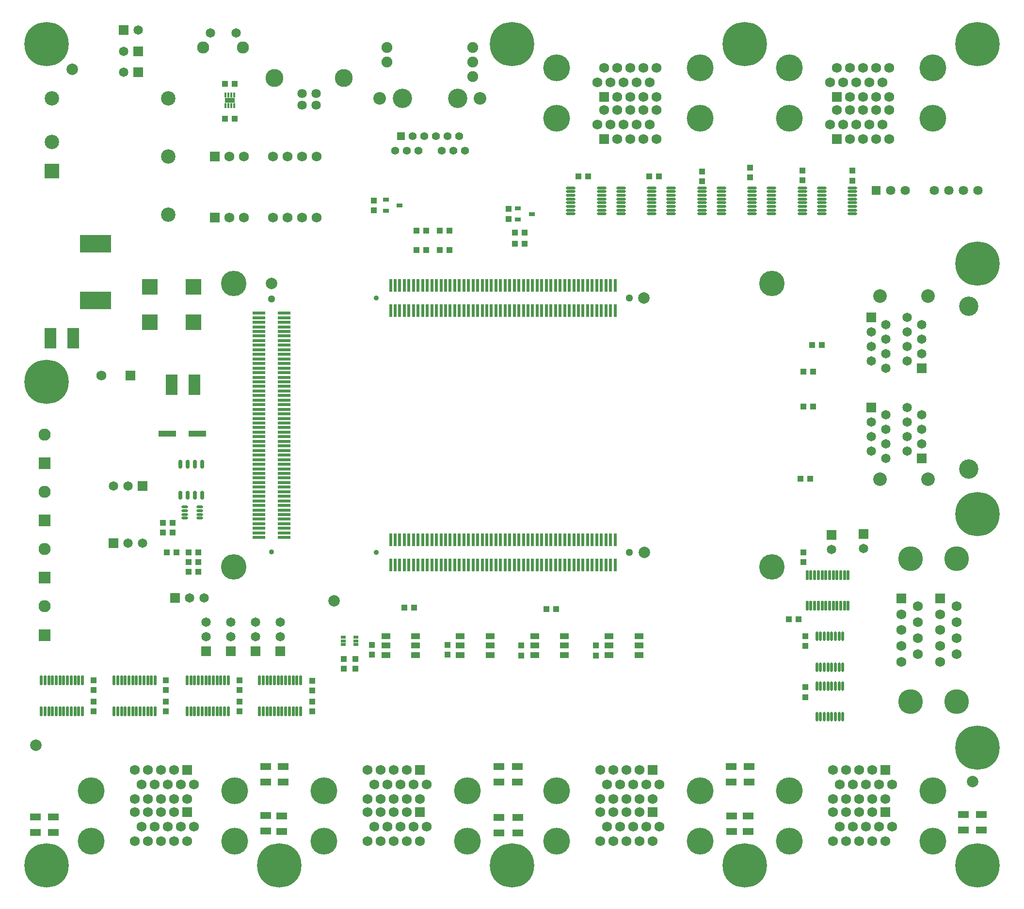
<source format=gts>
G04*
G04 #@! TF.GenerationSoftware,Altium Limited,Altium Designer,23.9.2 (47)*
G04*
G04 Layer_Color=8388736*
%FSLAX25Y25*%
%MOIN*%
G70*
G04*
G04 #@! TF.SameCoordinates,B33C0050-A697-4CE6-AC26-6465C715290A*
G04*
G04*
G04 #@! TF.FilePolarity,Negative*
G04*
G01*
G75*
%ADD46R,0.02400X0.08500*%
%ADD47R,0.08500X0.02400*%
%ADD48O,0.06614X0.01890*%
%ADD49O,0.06614X0.01890*%
%ADD50O,0.01890X0.06614*%
%ADD51O,0.01890X0.06614*%
%ADD52R,0.04240X0.04240*%
%ADD53R,0.04240X0.04240*%
%ADD54R,0.01681X0.03650*%
%ADD55R,0.06799X0.03217*%
%ADD56R,0.06406X0.04437*%
%ADD57O,0.02075X0.06799*%
%ADD58O,0.04634X0.02075*%
%ADD59R,0.03543X0.01968*%
%ADD60R,0.07193X0.05028*%
%ADD61O,0.02862X0.06209*%
%ADD62R,0.04437X0.02862*%
%ADD63R,0.21760X0.11917*%
%ADD64R,0.11130X0.11130*%
%ADD65C,0.07874*%
%ADD66R,0.12311X0.04437*%
%ADD67R,0.08000X0.14000*%
%ADD68C,0.17500*%
%ADD69C,0.03500*%
%ADD70C,0.05098*%
%ADD71C,0.30500*%
%ADD72R,0.06500X0.06500*%
%ADD73C,0.06500*%
%ADD74C,0.13295*%
%ADD75C,0.09358*%
%ADD76R,0.06500X0.06500*%
%ADD77C,0.12311*%
%ADD78C,0.06406*%
%ADD79C,0.06900*%
%ADD80R,0.06900X0.06900*%
%ADD81C,0.18500*%
%ADD82R,0.06406X0.06406*%
%ADD83C,0.07500*%
%ADD84R,0.05500X0.05500*%
%ADD85C,0.05500*%
%ADD86C,0.08700*%
%ADD87R,0.09949X0.09949*%
%ADD88C,0.09949*%
%ADD89C,0.06799*%
%ADD90R,0.06799X0.06799*%
%ADD91C,0.08374*%
%ADD92R,0.06799X0.06799*%
%ADD93C,0.17035*%
%ADD94R,0.08374X0.08374*%
D46*
X502039Y341323D02*
D03*
X505189D02*
D03*
X502039Y324000D02*
D03*
X505189D02*
D03*
X492591Y341323D02*
D03*
X495740D02*
D03*
X492590Y324000D02*
D03*
X495740D02*
D03*
X486292Y341323D02*
D03*
X489441D02*
D03*
X486291Y324000D02*
D03*
X489441D02*
D03*
X476843Y341323D02*
D03*
X479992D02*
D03*
X476842Y324000D02*
D03*
X479992D02*
D03*
X470543Y341323D02*
D03*
X470543Y324000D02*
D03*
X461095Y341323D02*
D03*
X464244D02*
D03*
X461094Y324000D02*
D03*
X464244D02*
D03*
X454795Y341323D02*
D03*
X454795Y324000D02*
D03*
X445347Y341323D02*
D03*
X448496D02*
D03*
X445346Y324000D02*
D03*
X448496D02*
D03*
X439047Y341323D02*
D03*
X439047Y324000D02*
D03*
X429599Y341323D02*
D03*
X432748D02*
D03*
X429598Y324000D02*
D03*
X432748D02*
D03*
X423299Y341323D02*
D03*
X423299Y324000D02*
D03*
X413850Y341323D02*
D03*
X417000D02*
D03*
X413850Y324000D02*
D03*
X417000D02*
D03*
X407551Y341323D02*
D03*
X407551Y324000D02*
D03*
X398102Y341323D02*
D03*
X401252D02*
D03*
X398102Y324000D02*
D03*
X401252D02*
D03*
X388654Y341323D02*
D03*
X391803D02*
D03*
X388654Y324000D02*
D03*
X391803D02*
D03*
X382354Y341323D02*
D03*
X385504D02*
D03*
X382354Y324000D02*
D03*
X385504D02*
D03*
X372906Y341323D02*
D03*
X376055D02*
D03*
X372906Y324000D02*
D03*
X376055D02*
D03*
X366606Y341323D02*
D03*
X366606Y324000D02*
D03*
X357158Y341323D02*
D03*
X360307D02*
D03*
X357158Y324000D02*
D03*
X360307D02*
D03*
X508339Y341323D02*
D03*
X508338Y324000D02*
D03*
X473693Y341323D02*
D03*
X483142D02*
D03*
X498890D02*
D03*
X473693Y324000D02*
D03*
X483142D02*
D03*
X498890D02*
D03*
X442197Y341323D02*
D03*
X451646D02*
D03*
X457945D02*
D03*
X467394D02*
D03*
X442197Y324000D02*
D03*
X451646D02*
D03*
X457945D02*
D03*
X467394D02*
D03*
X410701Y341323D02*
D03*
X420150D02*
D03*
X426449D02*
D03*
X435898D02*
D03*
X410701Y324000D02*
D03*
X420150D02*
D03*
X426449D02*
D03*
X435898D02*
D03*
X379205Y341323D02*
D03*
X394953D02*
D03*
X404402D02*
D03*
X379205Y324000D02*
D03*
X394953D02*
D03*
X404402D02*
D03*
X354008Y341323D02*
D03*
X363457D02*
D03*
X369756D02*
D03*
X354008Y324000D02*
D03*
X363457D02*
D03*
X369756D02*
D03*
Y499000D02*
D03*
X363457D02*
D03*
X354008D02*
D03*
X369756Y516323D02*
D03*
X363457D02*
D03*
X354008D02*
D03*
X404402Y499000D02*
D03*
X394953D02*
D03*
X379205D02*
D03*
X404402Y516323D02*
D03*
X394953D02*
D03*
X379205D02*
D03*
X435898Y499000D02*
D03*
X426449D02*
D03*
X420150D02*
D03*
X410701D02*
D03*
X435898Y516323D02*
D03*
X426449D02*
D03*
X420150D02*
D03*
X410701D02*
D03*
X467394Y499000D02*
D03*
X457945D02*
D03*
X451646D02*
D03*
X442197D02*
D03*
X467394Y516323D02*
D03*
X457945D02*
D03*
X451646D02*
D03*
X442197D02*
D03*
X498890Y499000D02*
D03*
X483142D02*
D03*
X473693D02*
D03*
X498890Y516323D02*
D03*
X483142D02*
D03*
X473693D02*
D03*
X508338Y499000D02*
D03*
X508339Y516323D02*
D03*
X360307Y499000D02*
D03*
X357158D02*
D03*
X360307Y516323D02*
D03*
X357158D02*
D03*
X366606Y499000D02*
D03*
X366606Y516323D02*
D03*
X376055Y499000D02*
D03*
X372906D02*
D03*
X376055Y516323D02*
D03*
X372906D02*
D03*
X385504Y499000D02*
D03*
X382354D02*
D03*
X385504Y516323D02*
D03*
X382354D02*
D03*
X391803Y499000D02*
D03*
X388654D02*
D03*
X391803Y516323D02*
D03*
X388654D02*
D03*
X401252Y499000D02*
D03*
X398102D02*
D03*
X401252Y516323D02*
D03*
X398102D02*
D03*
X407551Y499000D02*
D03*
X407551Y516323D02*
D03*
X417000Y499000D02*
D03*
X413850D02*
D03*
X417000Y516323D02*
D03*
X413850D02*
D03*
X423299Y499000D02*
D03*
X423299Y516323D02*
D03*
X432748Y499000D02*
D03*
X429598D02*
D03*
X432748Y516323D02*
D03*
X429599D02*
D03*
X439047Y499000D02*
D03*
X439047Y516323D02*
D03*
X448496Y499000D02*
D03*
X445346D02*
D03*
X448496Y516323D02*
D03*
X445347D02*
D03*
X454795Y499000D02*
D03*
X454795Y516323D02*
D03*
X464244Y499000D02*
D03*
X461094D02*
D03*
X464244Y516323D02*
D03*
X461095D02*
D03*
X470543Y499000D02*
D03*
X470543Y516323D02*
D03*
X479992Y499000D02*
D03*
X476842D02*
D03*
X479992Y516323D02*
D03*
X476843D02*
D03*
X489441Y499000D02*
D03*
X486291D02*
D03*
X489441Y516323D02*
D03*
X486292D02*
D03*
X495740Y499000D02*
D03*
X492590D02*
D03*
X495740Y516323D02*
D03*
X492591D02*
D03*
X505189Y499000D02*
D03*
X502039D02*
D03*
X505189Y516323D02*
D03*
X502039D02*
D03*
D47*
X263512Y490978D02*
D03*
Y494127D02*
D03*
X280835Y490977D02*
D03*
Y494127D02*
D03*
X263512Y481529D02*
D03*
Y484678D02*
D03*
X280835Y481529D02*
D03*
Y484678D02*
D03*
X263512Y475230D02*
D03*
Y478379D02*
D03*
X280835Y475229D02*
D03*
Y478379D02*
D03*
X263512Y465781D02*
D03*
Y468930D02*
D03*
X280835Y465780D02*
D03*
Y468930D02*
D03*
X263512Y459481D02*
D03*
X280835Y459481D02*
D03*
X263512Y450033D02*
D03*
Y453182D02*
D03*
X280835Y450033D02*
D03*
Y453182D02*
D03*
X263512Y443734D02*
D03*
X280835Y443733D02*
D03*
X263512Y434285D02*
D03*
Y437434D02*
D03*
X280835Y434284D02*
D03*
Y437434D02*
D03*
X263512Y427985D02*
D03*
X280835Y427985D02*
D03*
X263512Y418537D02*
D03*
Y421686D02*
D03*
X280835Y418537D02*
D03*
Y421686D02*
D03*
X263512Y412237D02*
D03*
X280835Y412237D02*
D03*
X263512Y402789D02*
D03*
Y405938D02*
D03*
X280835Y402788D02*
D03*
Y405938D02*
D03*
X263512Y396489D02*
D03*
X280835Y396489D02*
D03*
X263512Y387041D02*
D03*
Y390190D02*
D03*
X280835Y387040D02*
D03*
Y390190D02*
D03*
X263512Y377592D02*
D03*
Y380741D02*
D03*
X280835Y377592D02*
D03*
Y380741D02*
D03*
X263512Y371292D02*
D03*
Y374442D02*
D03*
X280835Y371292D02*
D03*
Y374442D02*
D03*
X263512Y361844D02*
D03*
Y364993D02*
D03*
X280835Y361844D02*
D03*
Y364993D02*
D03*
X263512Y355544D02*
D03*
X280835Y355544D02*
D03*
X263512Y346096D02*
D03*
Y349245D02*
D03*
X280835Y346096D02*
D03*
Y349245D02*
D03*
X263512Y497277D02*
D03*
X280835Y497276D02*
D03*
X263512Y462631D02*
D03*
Y472080D02*
D03*
Y487828D02*
D03*
X280835Y462631D02*
D03*
Y472080D02*
D03*
Y487828D02*
D03*
X263512Y431135D02*
D03*
Y440584D02*
D03*
Y446883D02*
D03*
Y456332D02*
D03*
X280835Y431135D02*
D03*
Y440584D02*
D03*
Y446883D02*
D03*
Y456332D02*
D03*
X263512Y399639D02*
D03*
Y409088D02*
D03*
Y415387D02*
D03*
Y424836D02*
D03*
X280835Y399639D02*
D03*
Y409088D02*
D03*
Y415387D02*
D03*
Y424836D02*
D03*
X263512Y368143D02*
D03*
Y383891D02*
D03*
Y393340D02*
D03*
X280835Y368143D02*
D03*
Y383891D02*
D03*
Y393340D02*
D03*
X263512Y342946D02*
D03*
Y352395D02*
D03*
Y358694D02*
D03*
X280835Y342946D02*
D03*
Y352395D02*
D03*
Y358694D02*
D03*
D48*
X671630Y565543D02*
D03*
Y568102D02*
D03*
Y570661D02*
D03*
Y573220D02*
D03*
Y575779D02*
D03*
Y578339D02*
D03*
Y580898D02*
D03*
Y583457D02*
D03*
X650370Y565543D02*
D03*
Y568102D02*
D03*
Y570661D02*
D03*
Y573220D02*
D03*
Y575779D02*
D03*
Y578339D02*
D03*
Y580898D02*
D03*
X637130Y565543D02*
D03*
Y568102D02*
D03*
Y570661D02*
D03*
Y573220D02*
D03*
Y575779D02*
D03*
Y578339D02*
D03*
Y580898D02*
D03*
Y583457D02*
D03*
X615870Y565543D02*
D03*
Y568102D02*
D03*
Y570661D02*
D03*
Y573220D02*
D03*
Y575779D02*
D03*
Y578339D02*
D03*
Y580898D02*
D03*
X602630Y565543D02*
D03*
Y568102D02*
D03*
Y570661D02*
D03*
Y573220D02*
D03*
Y575779D02*
D03*
Y578339D02*
D03*
Y580898D02*
D03*
Y583457D02*
D03*
X581370Y565543D02*
D03*
Y568102D02*
D03*
Y570661D02*
D03*
Y573220D02*
D03*
Y575779D02*
D03*
Y578339D02*
D03*
Y580898D02*
D03*
X568130Y565543D02*
D03*
Y568102D02*
D03*
Y570661D02*
D03*
Y573220D02*
D03*
Y575779D02*
D03*
Y578339D02*
D03*
Y580898D02*
D03*
Y583457D02*
D03*
X546870Y565543D02*
D03*
Y568102D02*
D03*
Y570661D02*
D03*
Y573220D02*
D03*
Y575779D02*
D03*
Y578339D02*
D03*
Y580898D02*
D03*
X533630Y565543D02*
D03*
Y568102D02*
D03*
Y570661D02*
D03*
Y573220D02*
D03*
Y575779D02*
D03*
Y578339D02*
D03*
Y580898D02*
D03*
Y583457D02*
D03*
X512370Y565543D02*
D03*
Y568102D02*
D03*
Y570661D02*
D03*
Y573220D02*
D03*
Y575779D02*
D03*
Y578339D02*
D03*
Y580898D02*
D03*
X499130Y565543D02*
D03*
Y568102D02*
D03*
Y570661D02*
D03*
Y573220D02*
D03*
Y575779D02*
D03*
Y578339D02*
D03*
Y580898D02*
D03*
Y583457D02*
D03*
X477870Y565543D02*
D03*
Y568102D02*
D03*
Y570661D02*
D03*
Y573220D02*
D03*
Y575779D02*
D03*
Y578339D02*
D03*
Y580898D02*
D03*
D49*
X650370Y583457D02*
D03*
X615870D02*
D03*
X581370D02*
D03*
X546870D02*
D03*
X512370D02*
D03*
X477870D02*
D03*
D50*
X664954Y240789D02*
D03*
X662395D02*
D03*
X659836D02*
D03*
X657277D02*
D03*
X654718D02*
D03*
X652159D02*
D03*
X649600D02*
D03*
X647041D02*
D03*
X664954Y219529D02*
D03*
X662395D02*
D03*
X659836D02*
D03*
X657277D02*
D03*
X654718D02*
D03*
X652159D02*
D03*
X649600D02*
D03*
X664954Y275068D02*
D03*
X662395D02*
D03*
X659836D02*
D03*
X657277D02*
D03*
X654718D02*
D03*
X652159D02*
D03*
X649600D02*
D03*
X647041D02*
D03*
X664954Y253809D02*
D03*
X662395D02*
D03*
X659836D02*
D03*
X657277D02*
D03*
X654718D02*
D03*
X652159D02*
D03*
X649600D02*
D03*
D51*
X647041Y219529D02*
D03*
Y253809D02*
D03*
D52*
X637653Y433000D02*
D03*
X644347D02*
D03*
X637653Y457000D02*
D03*
X644347D02*
D03*
X643653Y475500D02*
D03*
X650347D02*
D03*
X635653Y383500D02*
D03*
X642346D02*
D03*
X538441Y591430D02*
D03*
X531748D02*
D03*
X489681Y591500D02*
D03*
X482988D02*
D03*
X215154Y319500D02*
D03*
X221847D02*
D03*
X246905Y655047D02*
D03*
X240212D02*
D03*
X246905Y631047D02*
D03*
X240212D02*
D03*
X221847Y326000D02*
D03*
X215154D02*
D03*
X221847Y332724D02*
D03*
X215154D02*
D03*
X206846D02*
D03*
X200153D02*
D03*
X387709Y553943D02*
D03*
X394402D02*
D03*
X387709Y540750D02*
D03*
X394402D02*
D03*
X439518Y552760D02*
D03*
X446211D02*
D03*
X371709Y553943D02*
D03*
X378402D02*
D03*
X371709Y540750D02*
D03*
X378402D02*
D03*
X446109Y544992D02*
D03*
X439416D02*
D03*
X461048Y293654D02*
D03*
X467741D02*
D03*
X363523Y294753D02*
D03*
X370216D02*
D03*
X627827Y286680D02*
D03*
X634520D02*
D03*
D53*
X671630Y588522D02*
D03*
Y595215D02*
D03*
X637146Y588654D02*
D03*
Y595346D02*
D03*
X601193Y590604D02*
D03*
Y597297D02*
D03*
X568130Y588154D02*
D03*
Y594846D02*
D03*
X197346Y353071D02*
D03*
Y346378D02*
D03*
X204000Y353071D02*
D03*
Y346378D02*
D03*
X342500Y568153D02*
D03*
Y574847D02*
D03*
X435102Y562169D02*
D03*
Y568862D02*
D03*
X321790Y252701D02*
D03*
Y259394D02*
D03*
X495065Y268551D02*
D03*
Y261858D02*
D03*
X443789Y268551D02*
D03*
Y261858D02*
D03*
X393089Y269035D02*
D03*
Y262342D02*
D03*
X341191Y269035D02*
D03*
Y262342D02*
D03*
X300029Y237653D02*
D03*
Y244346D02*
D03*
X250029Y237937D02*
D03*
Y244630D02*
D03*
X199530Y237937D02*
D03*
Y244630D02*
D03*
X149877Y237937D02*
D03*
Y244630D02*
D03*
X300029Y230063D02*
D03*
Y223370D02*
D03*
X250029Y230063D02*
D03*
Y223370D02*
D03*
X199530Y230063D02*
D03*
Y223370D02*
D03*
X149877Y230063D02*
D03*
Y223370D02*
D03*
X637965Y332846D02*
D03*
Y326153D02*
D03*
X638998Y239872D02*
D03*
Y233179D02*
D03*
Y275068D02*
D03*
Y268376D02*
D03*
X329789Y252701D02*
D03*
Y259394D02*
D03*
D54*
X246511Y647362D02*
D03*
X244542D02*
D03*
X242574D02*
D03*
X240605D02*
D03*
X246511Y639921D02*
D03*
X244542D02*
D03*
X242574D02*
D03*
X240605D02*
D03*
D55*
X243558Y643642D02*
D03*
D56*
X524758Y268551D02*
D03*
X504285D02*
D03*
X524758Y275047D02*
D03*
X504285Y262055D02*
D03*
X524758D02*
D03*
X504285Y275047D02*
D03*
X473577Y268551D02*
D03*
X453104D02*
D03*
X473577Y275047D02*
D03*
X453104Y262055D02*
D03*
X473577D02*
D03*
X453104Y275047D02*
D03*
X422396Y268551D02*
D03*
X401923D02*
D03*
X422396Y275047D02*
D03*
X401923Y262055D02*
D03*
X422396D02*
D03*
X401923Y275047D02*
D03*
X371215Y268551D02*
D03*
X350742D02*
D03*
X371215Y275047D02*
D03*
X350742Y262055D02*
D03*
X371215D02*
D03*
X350742Y275047D02*
D03*
D57*
X263955Y223370D02*
D03*
X266514D02*
D03*
X269073D02*
D03*
X271632D02*
D03*
X274191D02*
D03*
X276750D02*
D03*
X279309D02*
D03*
X281868D02*
D03*
X284427D02*
D03*
X286986D02*
D03*
X289545D02*
D03*
X292104D02*
D03*
X263955Y244630D02*
D03*
X266514D02*
D03*
X269073D02*
D03*
X271632D02*
D03*
X274191D02*
D03*
X276750D02*
D03*
X279309D02*
D03*
X281868D02*
D03*
X284427D02*
D03*
X286986D02*
D03*
X289545D02*
D03*
X292104D02*
D03*
X214193Y223370D02*
D03*
X216752D02*
D03*
X219311D02*
D03*
X221870D02*
D03*
X224429D02*
D03*
X226989D02*
D03*
X229548D02*
D03*
X232107D02*
D03*
X234666D02*
D03*
X237225D02*
D03*
X239784D02*
D03*
X242343D02*
D03*
X214193Y244630D02*
D03*
X216752D02*
D03*
X219311D02*
D03*
X221870D02*
D03*
X224429D02*
D03*
X226989D02*
D03*
X229548D02*
D03*
X232107D02*
D03*
X234666D02*
D03*
X237225D02*
D03*
X239784D02*
D03*
X242343D02*
D03*
X163955Y223370D02*
D03*
X166514D02*
D03*
X169073D02*
D03*
X171632D02*
D03*
X174191D02*
D03*
X176750D02*
D03*
X179309D02*
D03*
X181868D02*
D03*
X184427D02*
D03*
X186986D02*
D03*
X189545D02*
D03*
X192104D02*
D03*
X163955Y244630D02*
D03*
X166514D02*
D03*
X169073D02*
D03*
X171632D02*
D03*
X174191D02*
D03*
X176750D02*
D03*
X179309D02*
D03*
X181868D02*
D03*
X184427D02*
D03*
X186986D02*
D03*
X189545D02*
D03*
X192104D02*
D03*
X113955Y223370D02*
D03*
X116514D02*
D03*
X119073D02*
D03*
X121632D02*
D03*
X124191D02*
D03*
X126750D02*
D03*
X129309D02*
D03*
X131868D02*
D03*
X134427D02*
D03*
X136986D02*
D03*
X139545D02*
D03*
X142104D02*
D03*
X113955Y244630D02*
D03*
X116514D02*
D03*
X119073D02*
D03*
X121632D02*
D03*
X124191D02*
D03*
X126750D02*
D03*
X129309D02*
D03*
X131868D02*
D03*
X134427D02*
D03*
X136986D02*
D03*
X139545D02*
D03*
X142104D02*
D03*
X668575Y317130D02*
D03*
X666016D02*
D03*
X663457D02*
D03*
X660898D02*
D03*
X658339D02*
D03*
X655780D02*
D03*
X653221D02*
D03*
X650661D02*
D03*
X648102D02*
D03*
X645543D02*
D03*
X642984D02*
D03*
X640425D02*
D03*
X668575Y295870D02*
D03*
X666016D02*
D03*
X663457D02*
D03*
X660898D02*
D03*
X658339D02*
D03*
X655780D02*
D03*
X653221D02*
D03*
X650661D02*
D03*
X648102D02*
D03*
X645543D02*
D03*
X642984D02*
D03*
X640425D02*
D03*
D58*
X212539Y363878D02*
D03*
Y361319D02*
D03*
Y358760D02*
D03*
Y356201D02*
D03*
X222972Y363878D02*
D03*
Y361319D02*
D03*
Y358760D02*
D03*
Y356201D02*
D03*
D59*
X330104Y269232D02*
D03*
Y271791D02*
D03*
Y274350D02*
D03*
X321640D02*
D03*
Y271791D02*
D03*
Y269232D02*
D03*
D60*
X588514Y140587D02*
D03*
Y151413D02*
D03*
X599853Y140587D02*
D03*
Y151413D02*
D03*
X747800Y141587D02*
D03*
Y152413D02*
D03*
X760000Y141587D02*
D03*
Y152413D02*
D03*
X428406Y139587D02*
D03*
Y150413D02*
D03*
X441405Y139587D02*
D03*
Y150413D02*
D03*
X588000Y174587D02*
D03*
Y185413D02*
D03*
X600467Y174587D02*
D03*
Y185413D02*
D03*
X268000Y141000D02*
D03*
Y151827D02*
D03*
X279300Y140587D02*
D03*
Y151413D02*
D03*
X428594Y174587D02*
D03*
Y185413D02*
D03*
X441000Y174587D02*
D03*
Y185413D02*
D03*
X109693Y139922D02*
D03*
Y150749D02*
D03*
X122029Y139922D02*
D03*
Y150749D02*
D03*
X268000Y174587D02*
D03*
Y185413D02*
D03*
X280000Y174587D02*
D03*
Y185413D02*
D03*
D61*
X224500Y393453D02*
D03*
X219500D02*
D03*
X214500D02*
D03*
X209500D02*
D03*
X224500Y371996D02*
D03*
X219500D02*
D03*
X214500D02*
D03*
X209500D02*
D03*
D62*
X350776Y575240D02*
D03*
Y567760D02*
D03*
X360225Y571500D02*
D03*
X441566Y569256D02*
D03*
Y561776D02*
D03*
X451015Y565516D02*
D03*
D63*
X151000Y506012D02*
D03*
Y544988D02*
D03*
D64*
X218421Y491000D02*
D03*
X188500D02*
D03*
X218421Y515410D02*
D03*
X188500Y515500D02*
D03*
D65*
X272173Y517611D02*
D03*
X528500Y332661D02*
D03*
X315000Y299217D02*
D03*
X528000Y507661D02*
D03*
X135000Y665000D02*
D03*
X110000Y200000D02*
D03*
X754000Y175000D02*
D03*
D66*
X200331Y414500D02*
D03*
X221000D02*
D03*
D67*
X120252Y480000D02*
D03*
X135748D02*
D03*
X203643Y448133D02*
D03*
X219139D02*
D03*
D68*
X616173Y322611D02*
D03*
X246173Y517611D02*
D03*
Y322611D02*
D03*
X616173Y517611D02*
D03*
D69*
X344173Y332661D02*
D03*
Y507661D02*
D03*
X272173Y333111D02*
D03*
X757500Y209750D02*
D03*
X768750Y198500D02*
D03*
X757500Y187250D02*
D03*
X746250Y198500D02*
D03*
X747657Y204405D02*
D03*
X751594Y208343D02*
D03*
Y188657D02*
D03*
X767343Y192595D02*
D03*
X763406Y208343D02*
D03*
X747657Y192595D02*
D03*
X763406Y188657D02*
D03*
X767343Y204405D02*
D03*
X757500Y542750D02*
D03*
X768750Y531500D02*
D03*
X757500Y520250D02*
D03*
X746250Y531500D02*
D03*
X747657Y537405D02*
D03*
X751594Y541342D02*
D03*
Y521658D02*
D03*
X767343Y525595D02*
D03*
X763406Y541342D02*
D03*
X747657Y525595D02*
D03*
X763406Y521658D02*
D03*
X767343Y537405D02*
D03*
X757500Y370250D02*
D03*
X768750Y359000D02*
D03*
X757500Y347750D02*
D03*
X746250Y359000D02*
D03*
X747657Y364906D02*
D03*
X751594Y368843D02*
D03*
Y349158D02*
D03*
X767343Y353095D02*
D03*
X763406Y368843D02*
D03*
X747657Y353095D02*
D03*
X763406Y349158D02*
D03*
X767343Y364906D02*
D03*
X437500Y693750D02*
D03*
X448750Y682500D02*
D03*
X437500Y671250D02*
D03*
X426250Y682500D02*
D03*
X427658Y688406D02*
D03*
X431595Y692343D02*
D03*
Y672657D02*
D03*
X447342Y676594D02*
D03*
X443405Y692343D02*
D03*
X427658Y676594D02*
D03*
X443405Y672657D02*
D03*
X447342Y688406D02*
D03*
X117500Y693750D02*
D03*
X128750Y682500D02*
D03*
X117500Y671250D02*
D03*
X106250Y682500D02*
D03*
X107658Y688406D02*
D03*
X111594Y692343D02*
D03*
Y672657D02*
D03*
X127342Y676594D02*
D03*
X123406Y692343D02*
D03*
X107658Y676594D02*
D03*
X123406Y672657D02*
D03*
X127342Y688406D02*
D03*
X757500Y693750D02*
D03*
X768750Y682500D02*
D03*
X757500Y671250D02*
D03*
X746250Y682500D02*
D03*
X747657Y688406D02*
D03*
X751594Y692343D02*
D03*
Y672657D02*
D03*
X767343Y676594D02*
D03*
X763406Y692343D02*
D03*
X747657Y676594D02*
D03*
X763406Y672657D02*
D03*
X767343Y688406D02*
D03*
X597500Y693750D02*
D03*
X608750Y682500D02*
D03*
X597500Y671250D02*
D03*
X586250Y682500D02*
D03*
X587657Y688406D02*
D03*
X591595Y692343D02*
D03*
Y672657D02*
D03*
X607342Y676594D02*
D03*
X603406Y692343D02*
D03*
X587657Y676594D02*
D03*
X603406Y672657D02*
D03*
X607342Y688406D02*
D03*
X117500Y461250D02*
D03*
X128750Y450000D02*
D03*
X117500Y438750D02*
D03*
X106250Y450000D02*
D03*
X107658Y455905D02*
D03*
X111594Y459842D02*
D03*
Y440158D02*
D03*
X127342Y444095D02*
D03*
X123406Y459842D02*
D03*
X107658Y444095D02*
D03*
X123406Y440158D02*
D03*
X127342Y455905D02*
D03*
X757500Y128750D02*
D03*
X768750Y117500D02*
D03*
X757500Y106250D02*
D03*
X746250Y117500D02*
D03*
X747657Y123406D02*
D03*
X751594Y127342D02*
D03*
Y107658D02*
D03*
X767343Y111594D02*
D03*
X763406Y127342D02*
D03*
X747657Y111594D02*
D03*
X763406Y107658D02*
D03*
X767343Y123406D02*
D03*
X597500Y128750D02*
D03*
X608750Y117500D02*
D03*
X597500Y106250D02*
D03*
X586250Y117500D02*
D03*
X587657Y123406D02*
D03*
X591595Y127342D02*
D03*
Y107658D02*
D03*
X607342Y111594D02*
D03*
X603406Y127342D02*
D03*
X587657Y111594D02*
D03*
X603406Y107658D02*
D03*
X607342Y123406D02*
D03*
X437500Y128750D02*
D03*
X448750Y117500D02*
D03*
X437500Y106250D02*
D03*
X426250Y117500D02*
D03*
X427658Y123406D02*
D03*
X431595Y127342D02*
D03*
Y107658D02*
D03*
X447342Y111594D02*
D03*
X443405Y127342D02*
D03*
X427658Y111594D02*
D03*
X443405Y107658D02*
D03*
X447342Y123406D02*
D03*
X277500Y128750D02*
D03*
X288750Y117500D02*
D03*
X277500Y106250D02*
D03*
X266250Y117500D02*
D03*
X267657Y123406D02*
D03*
X271595Y127342D02*
D03*
Y107658D02*
D03*
X287343Y111594D02*
D03*
X283405Y127342D02*
D03*
X267657Y111594D02*
D03*
X283405Y107658D02*
D03*
X287343Y123406D02*
D03*
X117500Y128750D02*
D03*
X128750Y117500D02*
D03*
X117500Y106250D02*
D03*
X106250Y117500D02*
D03*
X107658Y123406D02*
D03*
X111594Y127342D02*
D03*
Y107658D02*
D03*
X127342Y111594D02*
D03*
X123406Y127342D02*
D03*
X107658Y111594D02*
D03*
X123406Y107658D02*
D03*
X127342Y123406D02*
D03*
D70*
X518173Y332661D02*
D03*
Y507661D02*
D03*
X272173Y507111D02*
D03*
D71*
X757500Y198500D02*
D03*
Y531500D02*
D03*
Y359000D02*
D03*
X437500Y682500D02*
D03*
X117500D02*
D03*
X757500D02*
D03*
X597500D02*
D03*
X117500Y450000D02*
D03*
X757500Y117500D02*
D03*
X597500D02*
D03*
X437500D02*
D03*
X277500D02*
D03*
X117500D02*
D03*
D72*
X180344Y677500D02*
D03*
X170344Y691988D02*
D03*
X163500Y338879D02*
D03*
X183500Y378500D02*
D03*
X180500Y663000D02*
D03*
X205811Y301421D02*
D03*
D73*
X170344Y677500D02*
D03*
X180344Y691988D02*
D03*
X684500Y484500D02*
D03*
Y474500D02*
D03*
Y464500D02*
D03*
X694500Y459500D02*
D03*
Y469500D02*
D03*
Y479500D02*
D03*
Y489500D02*
D03*
X719000D02*
D03*
Y479500D02*
D03*
Y469500D02*
D03*
X709000Y494500D02*
D03*
Y464500D02*
D03*
Y474500D02*
D03*
Y484500D02*
D03*
X684500Y422500D02*
D03*
Y412500D02*
D03*
Y402500D02*
D03*
X694500Y397500D02*
D03*
Y407500D02*
D03*
Y417500D02*
D03*
Y427500D02*
D03*
X719000D02*
D03*
Y417500D02*
D03*
Y407500D02*
D03*
X709000Y402500D02*
D03*
Y412500D02*
D03*
Y432500D02*
D03*
Y422500D02*
D03*
X173500Y338879D02*
D03*
X183500D02*
D03*
X173500Y378500D02*
D03*
X163500D02*
D03*
X247706Y689879D02*
D03*
X229989D02*
D03*
X170500Y663000D02*
D03*
X278000Y284531D02*
D03*
Y274531D02*
D03*
X260996Y284531D02*
D03*
Y274531D02*
D03*
X243992Y284531D02*
D03*
Y274531D02*
D03*
X226989Y284531D02*
D03*
Y274531D02*
D03*
X679176Y335263D02*
D03*
X656998Y334763D02*
D03*
X225811Y301421D02*
D03*
X215811D02*
D03*
D74*
X751500Y502000D02*
D03*
Y390000D02*
D03*
X400000Y645000D02*
D03*
X362000D02*
D03*
D75*
X690500Y383000D02*
D03*
X723500D02*
D03*
Y509000D02*
D03*
X690500D02*
D03*
D76*
X684500Y494500D02*
D03*
X719000Y459500D02*
D03*
X684500Y432500D02*
D03*
X719000Y397500D02*
D03*
X278000Y264531D02*
D03*
X260996D02*
D03*
X243992D02*
D03*
X226989D02*
D03*
X679176Y345263D02*
D03*
X656998Y344763D02*
D03*
D77*
X321659Y658879D02*
D03*
X274257D02*
D03*
D78*
X293037Y648209D02*
D03*
X302879D02*
D03*
Y640335D02*
D03*
X293037D02*
D03*
X707929Y581626D02*
D03*
X697929D02*
D03*
X727929D02*
D03*
X737929D02*
D03*
X747929D02*
D03*
X757929D02*
D03*
D79*
X662800Y173000D02*
D03*
X680800D02*
D03*
X671800D02*
D03*
X689800D02*
D03*
X698800D02*
D03*
X667300Y183000D02*
D03*
X676300D02*
D03*
X685300D02*
D03*
X658300D02*
D03*
Y163000D02*
D03*
X685300D02*
D03*
X694300D02*
D03*
X676300D02*
D03*
X667300D02*
D03*
Y134000D02*
D03*
X676300D02*
D03*
X694300D02*
D03*
X685300D02*
D03*
X658300D02*
D03*
Y154000D02*
D03*
X685300D02*
D03*
X676300D02*
D03*
X667300D02*
D03*
X698800Y144000D02*
D03*
X689800D02*
D03*
X671800D02*
D03*
X680800D02*
D03*
X662800D02*
D03*
X532200Y627000D02*
D03*
X514200D02*
D03*
X523200D02*
D03*
X505200D02*
D03*
X496200D02*
D03*
X527700Y617000D02*
D03*
X518700D02*
D03*
X509700D02*
D03*
X536700D02*
D03*
Y637000D02*
D03*
X509700D02*
D03*
X500700D02*
D03*
X518700D02*
D03*
X527700D02*
D03*
Y666000D02*
D03*
X518700D02*
D03*
X500700D02*
D03*
X509700D02*
D03*
X536700D02*
D03*
Y646000D02*
D03*
X509700D02*
D03*
X518700D02*
D03*
X527700D02*
D03*
X496200Y656000D02*
D03*
X505200D02*
D03*
X523200D02*
D03*
X514200D02*
D03*
X532200D02*
D03*
X692200D02*
D03*
X674200D02*
D03*
X683200D02*
D03*
X665200D02*
D03*
X656200D02*
D03*
X687700Y646000D02*
D03*
X678700D02*
D03*
X669700D02*
D03*
X696700D02*
D03*
Y666000D02*
D03*
X669700D02*
D03*
X660700D02*
D03*
X678700D02*
D03*
X687700D02*
D03*
Y637000D02*
D03*
X678700D02*
D03*
X660700D02*
D03*
X669700D02*
D03*
X696700D02*
D03*
Y617000D02*
D03*
X669700D02*
D03*
X678700D02*
D03*
X687700D02*
D03*
X656200Y627000D02*
D03*
X665200D02*
D03*
X683200D02*
D03*
X674200D02*
D03*
X692200D02*
D03*
X502800Y144000D02*
D03*
X520800D02*
D03*
X511800D02*
D03*
X529800D02*
D03*
X538800D02*
D03*
X507300Y154000D02*
D03*
X516300D02*
D03*
X525300D02*
D03*
X498300D02*
D03*
Y134000D02*
D03*
X525300D02*
D03*
X534300D02*
D03*
X516300D02*
D03*
X507300D02*
D03*
Y163000D02*
D03*
X516300D02*
D03*
X534300D02*
D03*
X525300D02*
D03*
X498300D02*
D03*
Y183000D02*
D03*
X525300D02*
D03*
X516300D02*
D03*
X507300D02*
D03*
X538800Y173000D02*
D03*
X529800D02*
D03*
X511800D02*
D03*
X520800D02*
D03*
X502800D02*
D03*
X342800Y144000D02*
D03*
X360800D02*
D03*
X351800D02*
D03*
X369800D02*
D03*
X378800D02*
D03*
X347300Y154000D02*
D03*
X356300D02*
D03*
X365300D02*
D03*
X338300D02*
D03*
Y134000D02*
D03*
X365300D02*
D03*
X374300D02*
D03*
X356300D02*
D03*
X347300D02*
D03*
Y163000D02*
D03*
X356300D02*
D03*
X374300D02*
D03*
X365300D02*
D03*
X338300D02*
D03*
Y183000D02*
D03*
X365300D02*
D03*
X356300D02*
D03*
X347300D02*
D03*
X378800Y173000D02*
D03*
X369800D02*
D03*
X351800D02*
D03*
X360800D02*
D03*
X342800D02*
D03*
X182800Y144000D02*
D03*
X200800D02*
D03*
X191800D02*
D03*
X209800D02*
D03*
X218800D02*
D03*
X187300Y154000D02*
D03*
X196300D02*
D03*
X205300D02*
D03*
X178300D02*
D03*
Y134000D02*
D03*
X205300D02*
D03*
X214300D02*
D03*
X196300D02*
D03*
X187300D02*
D03*
Y163000D02*
D03*
X196300D02*
D03*
X214300D02*
D03*
X205300D02*
D03*
X178300D02*
D03*
Y183000D02*
D03*
X205300D02*
D03*
X196300D02*
D03*
X187300D02*
D03*
X218800Y173000D02*
D03*
X209800D02*
D03*
X191800D02*
D03*
X200800D02*
D03*
X182800D02*
D03*
D80*
X694300Y183000D02*
D03*
Y154000D02*
D03*
X500700Y617000D02*
D03*
Y646000D02*
D03*
X660700D02*
D03*
Y617000D02*
D03*
X534300Y154000D02*
D03*
Y183000D02*
D03*
X374300Y154000D02*
D03*
Y183000D02*
D03*
X214300Y154000D02*
D03*
Y183000D02*
D03*
D81*
X628300Y168646D02*
D03*
Y134000D02*
D03*
X726700D02*
D03*
Y168646D02*
D03*
X566700Y631354D02*
D03*
Y666000D02*
D03*
X468300D02*
D03*
Y631354D02*
D03*
X628300D02*
D03*
Y666000D02*
D03*
X726700D02*
D03*
Y631354D02*
D03*
X566700Y168646D02*
D03*
Y134000D02*
D03*
X468300D02*
D03*
Y168646D02*
D03*
X406700D02*
D03*
Y134000D02*
D03*
X308300D02*
D03*
Y168646D02*
D03*
X246700D02*
D03*
Y134000D02*
D03*
X148300D02*
D03*
Y168646D02*
D03*
D82*
X687929Y581626D02*
D03*
D83*
X410600Y660000D02*
D03*
Y670000D02*
D03*
Y680000D02*
D03*
X351400Y670000D02*
D03*
Y680000D02*
D03*
D84*
X361000Y619000D02*
D03*
D85*
X368992D02*
D03*
X376992D02*
D03*
X400992D02*
D03*
X392992D02*
D03*
X385000D02*
D03*
X365000Y609000D02*
D03*
X373000D02*
D03*
X357000D02*
D03*
X389000D02*
D03*
X397000D02*
D03*
X405000D02*
D03*
D86*
X346400Y645000D02*
D03*
X415600D02*
D03*
D87*
X121000Y595000D02*
D03*
D88*
Y615000D02*
D03*
Y645000D02*
D03*
X201000D02*
D03*
Y605000D02*
D03*
Y565000D02*
D03*
D89*
X303000Y605000D02*
D03*
X293000D02*
D03*
X283000D02*
D03*
X273000D02*
D03*
X253000D02*
D03*
X243000D02*
D03*
X303000Y562904D02*
D03*
X293000D02*
D03*
X283000D02*
D03*
X273000D02*
D03*
X253000D02*
D03*
X243000D02*
D03*
X716386Y284665D02*
D03*
Y295571D02*
D03*
Y273760D02*
D03*
Y262854D02*
D03*
X705205Y257402D02*
D03*
Y268307D02*
D03*
Y290118D02*
D03*
Y279213D02*
D03*
X731819D02*
D03*
Y290118D02*
D03*
Y268307D02*
D03*
Y257402D02*
D03*
X743000Y262854D02*
D03*
Y273760D02*
D03*
Y295571D02*
D03*
Y284665D02*
D03*
X155300Y454500D02*
D03*
D90*
X233000Y605000D02*
D03*
Y562904D02*
D03*
X175000Y454500D02*
D03*
D91*
X252647Y680076D02*
D03*
X225048D02*
D03*
X116000Y295543D02*
D03*
Y374342D02*
D03*
Y413742D02*
D03*
Y334943D02*
D03*
D92*
X705205Y301024D02*
D03*
X731819D02*
D03*
D93*
X711504Y230000D02*
D03*
Y328425D02*
D03*
X743000D02*
D03*
Y230000D02*
D03*
D94*
X116000Y275857D02*
D03*
Y354658D02*
D03*
Y394057D02*
D03*
Y315258D02*
D03*
M02*

</source>
